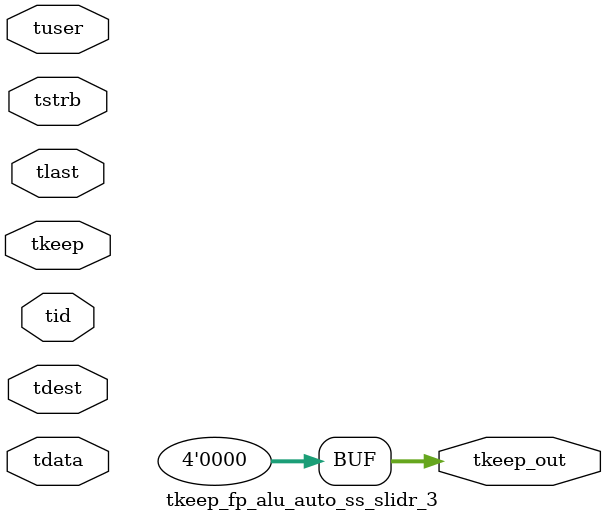
<source format=v>


`timescale 1ps/1ps

module tkeep_fp_alu_auto_ss_slidr_3 #
(
parameter C_S_AXIS_TDATA_WIDTH = 32,
parameter C_S_AXIS_TUSER_WIDTH = 0,
parameter C_S_AXIS_TID_WIDTH   = 0,
parameter C_S_AXIS_TDEST_WIDTH = 0,
parameter C_M_AXIS_TDATA_WIDTH = 32
)
(
input  [(C_S_AXIS_TDATA_WIDTH == 0 ? 1 : C_S_AXIS_TDATA_WIDTH)-1:0     ] tdata,
input  [(C_S_AXIS_TUSER_WIDTH == 0 ? 1 : C_S_AXIS_TUSER_WIDTH)-1:0     ] tuser,
input  [(C_S_AXIS_TID_WIDTH   == 0 ? 1 : C_S_AXIS_TID_WIDTH)-1:0       ] tid,
input  [(C_S_AXIS_TDEST_WIDTH == 0 ? 1 : C_S_AXIS_TDEST_WIDTH)-1:0     ] tdest,
input  [(C_S_AXIS_TDATA_WIDTH/8)-1:0 ] tkeep,
input  [(C_S_AXIS_TDATA_WIDTH/8)-1:0 ] tstrb,
input                                                                    tlast,
output [(C_M_AXIS_TDATA_WIDTH/8)-1:0 ] tkeep_out
);

assign tkeep_out = {1'b0};

endmodule


</source>
